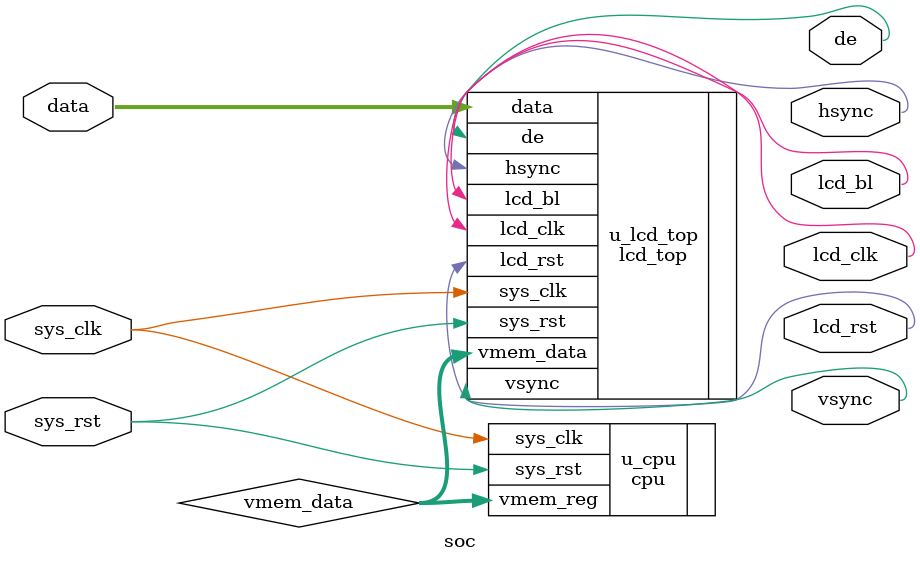
<source format=v>
module soc(input sys_clk,
           input sys_rst,
           output de,
           output hsync,
           output vsync,
           output lcd_clk,
           inout [23:0] data,
           output lcd_rst,
           output lcd_bl);
    wire [63:0]vmem_data;
    cpu u_cpu(
    	.sys_clk (sys_clk ),
        .sys_rst (sys_rst ),
        .vmem_reg(vmem_data)
    );
    
    
    lcd_top u_lcd_top(
    .sys_clk (sys_clk),
    .sys_rst (sys_rst),
    .de      (de),
    .vmem_data    (vmem_data),
    .hsync   (hsync),
    .vsync   (vsync),
    .lcd_clk (lcd_clk),
    .data    (data),
    .lcd_rst (lcd_rst),
    .lcd_bl  (lcd_bl)
    );
endmodule
</source>
